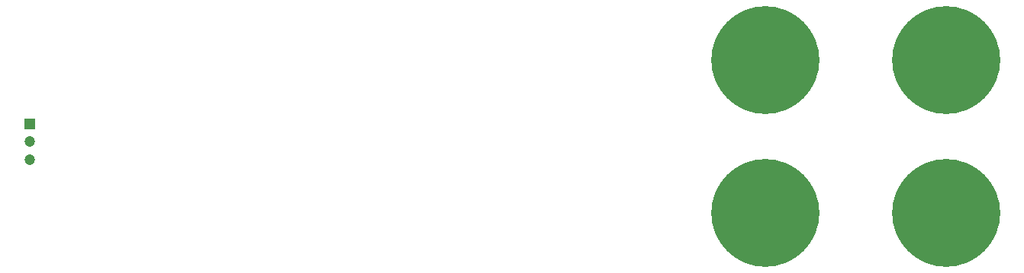
<source format=gbr>
%TF.GenerationSoftware,KiCad,Pcbnew,(5.1.12)-1*%
%TF.CreationDate,2022-01-10T16:23:42+03:00*%
%TF.ProjectId,ADAU1701_backpanel,41444155-3137-4303-915f-6261636b7061,rev?*%
%TF.SameCoordinates,Original*%
%TF.FileFunction,Soldermask,Top*%
%TF.FilePolarity,Negative*%
%FSLAX46Y46*%
G04 Gerber Fmt 4.6, Leading zero omitted, Abs format (unit mm)*
G04 Created by KiCad (PCBNEW (5.1.12)-1) date 2022-01-10 16:23:42*
%MOMM*%
%LPD*%
G01*
G04 APERTURE LIST*
%ADD10C,5.000000*%
%ADD11C,12.000000*%
%ADD12C,1.200000*%
%ADD13R,1.200000X1.200000*%
G04 APERTURE END LIST*
D10*
%TO.C,REF\u002A\u002A*%
X142800000Y-109500000D03*
D11*
X142800000Y-109500000D03*
%TD*%
%TO.C,REF\u002A\u002A*%
X142800000Y-126500000D03*
D10*
X142800000Y-126500000D03*
%TD*%
%TO.C,REF\u002A\u002A*%
X162850000Y-126500000D03*
D11*
X162850000Y-126500000D03*
%TD*%
%TO.C,REF\u002A\u002A*%
X162850000Y-109500000D03*
D10*
X162850000Y-109500000D03*
%TD*%
D12*
%TO.C,REF\u002A\u002A*%
X61200000Y-120600000D03*
X61200000Y-118600000D03*
D13*
X61200000Y-116600000D03*
%TD*%
M02*

</source>
